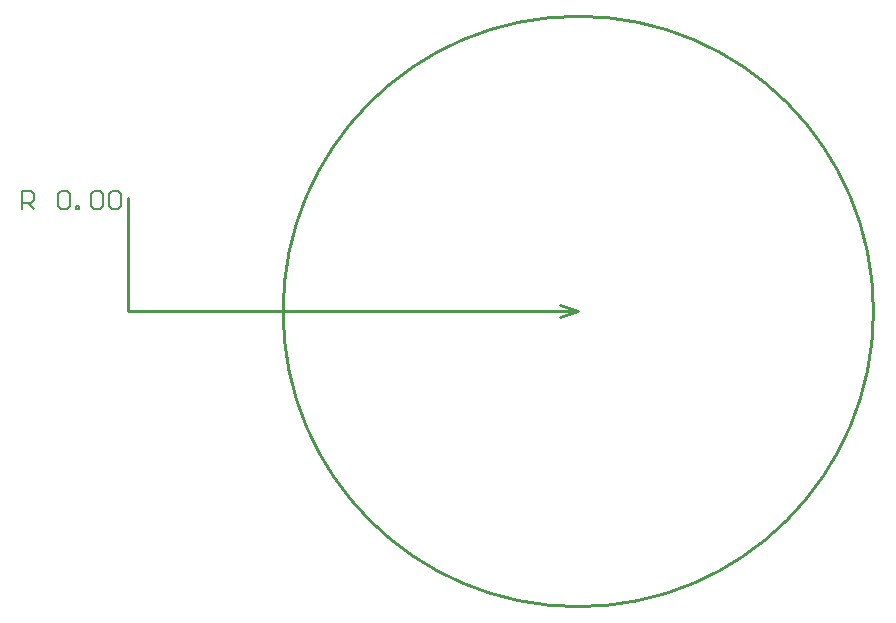
<source format=gm1>
G04*
G04 #@! TF.GenerationSoftware,Altium Limited,Altium Designer,19.0.10 (269)*
G04*
G04 Layer_Color=16711935*
%FSLAX25Y25*%
%MOIN*%
G70*
G01*
G75*
%ADD14C,0.01000*%
%ADD40C,0.00600*%
D14*
X98400Y0D02*
G03*
X98400Y0I-98400J0D01*
G01*
X-6000Y-2000D02*
X0Y0D01*
X-6000Y2000D02*
X0Y0D01*
X-150150D02*
X0D01*
X-150150D02*
Y37668D01*
D40*
X-185340Y34069D02*
Y40067D01*
X-182341D01*
X-181341Y39067D01*
Y37068D01*
X-182341Y36068D01*
X-185340D01*
X-183340D02*
X-181341Y34069D01*
X-173344Y39067D02*
X-172344Y40067D01*
X-170345D01*
X-169345Y39067D01*
Y35068D01*
X-170345Y34069D01*
X-172344D01*
X-173344Y35068D01*
Y39067D01*
X-167345Y34069D02*
Y35068D01*
X-166346D01*
Y34069D01*
X-167345D01*
X-162347Y39067D02*
X-161347Y40067D01*
X-159348D01*
X-158349Y39067D01*
Y35068D01*
X-159348Y34069D01*
X-161347D01*
X-162347Y35068D01*
Y39067D01*
X-156349D02*
X-155349Y40067D01*
X-153350D01*
X-152350Y39067D01*
Y35068D01*
X-153350Y34069D01*
X-155349D01*
X-156349Y35068D01*
Y39067D01*
M02*

</source>
